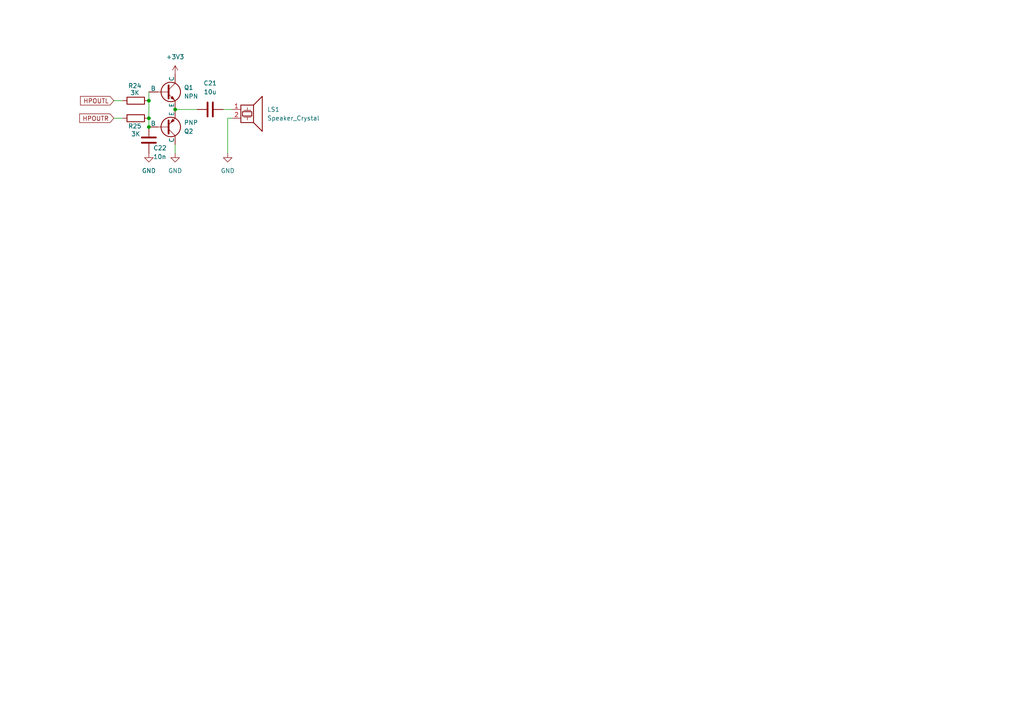
<source format=kicad_sch>
(kicad_sch (version 20250114) (generator "eeschema") (generator_version "9.0")
  (paper "A4")
  (lib_symbols
    (symbol "Device:C" (pin_numbers (hide yes)) (pin_names (offset 0.254))
      (property "Reference" "C" (at 0.635 2.54 0))
      (property "Value" "C" (at 0.635 -2.54 0))
      (symbol "C_0_1"
        (polyline (pts (xy -2.032 0.762) (xy 2.032 0.762)) (stroke (width 0.508)))
        (polyline (pts (xy -2.032 -0.762) (xy 2.032 -0.762)) (stroke (width 0.508)))
      )
      (symbol "C_1_1"
        (pin passive line (at 0 3.81 270) (length 2.794) (name "~") (number "1"))
        (pin passive line (at 0 -3.81 90) (length 2.794) (name "~") (number "2"))
      )
    )
    (symbol "Device:R" (pin_numbers (hide yes)) (pin_names (offset 0))
      (property "Reference" "R" (at 2.032 0 90))
      (property "Value" "R" (at 0 0 90))
      (symbol "R_0_1"
        (rectangle (start -1.016 -2.54) (end 1.016 2.54) (stroke (width 0.254)))
      )
      (symbol "R_1_1"
        (pin passive line (at 0 3.81 270) (length 1.27) (name "~") (number "1"))
        (pin passive line (at 0 -3.81 90) (length 1.27) (name "~") (number "2"))
      )
    )
    (symbol "Device:Speaker_Crystal" (pin_names (offset 0) (hide yes))
      (property "Reference" "LS" (at 0.635 5.715 0))
      (property "Value" "Speaker_Crystal" (at 0.635 3.81 0))
      (symbol "Speaker_Crystal_0_0"
        (rectangle (start -2.54 1.27) (end 1.143 -3.81) (stroke (width 0.254)))
        (rectangle (start -2.032 -0.635) (end 0.635 -1.905) (stroke (width 0.254)))
        (polyline (pts (xy -1.651 -0.254) (xy 0.381 -0.254)))
        (polyline (pts (xy -1.651 -2.286) (xy 0.381 -2.286)))
        (polyline (pts (xy -0.635 -0.254) (xy -0.635 0.508)))
        (polyline (pts (xy -0.635 -2.286) (xy -0.635 -3.048)))
        (polyline (pts (xy 1.143 1.27) (xy 3.683 3.81) (xy 3.683 -6.35) (xy 1.143 -3.81)) (stroke (width 0.254)))
      )
      (symbol "Speaker_Crystal_1_1"
        (pin input line (at -5.08 0 0) (length 2.54) (name "1") (number "1"))
        (pin input line (at -5.08 -2.54 0) (length 2.54) (name "2") (number "2"))
      )
    )
    (symbol "Simulation_SPICE:NPN" (pin_numbers (hide yes)) (pin_names (offset 0))
      (property "Reference" "Q" (at -2.54 7.62 0))
      (property "Value" "NPN" (at -2.54 5.08 0))
      (symbol "NPN_0_1"
        (polyline (pts (xy -2.54 0) (xy 0.635 0)) (stroke (width 0.1524)))
        (polyline (pts (xy 0.635 1.905) (xy 0.635 -1.905) (xy 0.635 -1.905)) (stroke (width 0.508)))
        (polyline (pts (xy 0.635 0.635) (xy 2.54 2.54)))
        (polyline (pts (xy 0.635 -0.635) (xy 2.54 -2.54) (xy 2.54 -2.54)))
        (circle (center 1.27 0) (radius 2.8194) (stroke (width 0.254)))
        (polyline (pts (xy 1.27 -1.778) (xy 1.778 -1.27) (xy 2.286 -2.286) (xy 1.27 -1.778) (xy 1.27 -1.778)) (fill (type outline)))
        (polyline (pts (xy 2.794 -1.27) (xy 2.794 -1.27)) (stroke (width 0.1524)))
        (polyline (pts (xy 2.794 -1.27) (xy 2.794 -1.27)) (stroke (width 0.1524)))
      )
      (symbol "NPN_1_1"
        (pin input line (at -5.08 0 0) (length 2.54) (name "B") (number "2"))
        (pin open_collector line (at 2.54 5.08 270) (length 2.54) (name "C") (number "1"))
        (pin open_emitter line (at 2.54 -5.08 90) (length 2.54) (name "E") (number "3"))
      )
    )
    (symbol "Simulation_SPICE:PNP" (pin_numbers (hide yes)) (pin_names (offset 0))
      (property "Reference" "Q" (at -2.54 7.62 0))
      (property "Value" "PNP" (at -2.54 5.08 0))
      (symbol "PNP_0_1"
        (polyline (pts (xy -2.54 0) (xy 0.635 0)) (stroke (width 0.1524)))
        (polyline (pts (xy 0.635 1.905) (xy 0.635 -1.905) (xy 0.635 -1.905)) (stroke (width 0.508)))
        (polyline (pts (xy 0.635 0.635) (xy 2.54 2.54)))
        (polyline (pts (xy 0.635 -0.635) (xy 2.54 -2.54) (xy 2.54 -2.54)))
        (circle (center 1.27 0) (radius 2.8194) (stroke (width 0.254)))
        (polyline (pts (xy 2.286 -1.778) (xy 1.778 -2.286) (xy 1.27 -1.27) (xy 2.286 -1.778) (xy 2.286 -1.778)) (fill (type outline)))
      )
      (symbol "PNP_1_1"
        (pin input line (at -5.08 0 0) (length 2.54) (name "B") (number "2"))
        (pin open_collector line (at 2.54 5.08 270) (length 2.54) (name "C") (number "1"))
        (pin open_emitter line (at 2.54 -5.08 90) (length 2.54) (name "E") (number "3"))
      )
    )
    (symbol "power:+3V3" (power) (pin_numbers (hide yes)) (pin_names (offset 0) (hide yes))
      (property "Value" "+3V3" (at 0 3.556 0))
      (symbol "+3V3_0_1"
        (polyline (pts (xy -0.762 1.27) (xy 0 2.54)))
        (polyline (pts (xy 0 2.54) (xy 0.762 1.27)))
        (polyline (pts (xy 0 0) (xy 0 2.54)))
      )
      (symbol "+3V3_1_1"
        (pin power_in line (at 0 0 90) (length 0) (name "~") (number "1"))
      )
    )
    (symbol "power:GND" (power) (pin_numbers (hide yes)) (pin_names (offset 0) (hide yes))
      (property "Value" "GND" (at 0 -3.81 0))
      (symbol "GND_0_1"
        (polyline (pts (xy 0 0) (xy 0 -1.27) (xy 1.27 -1.27) (xy 0 -2.54) (xy -1.27 -1.27) (xy 0 -1.27)))
      )
      (symbol "GND_1_1"
        (pin power_in line (at 0 0 270) (length 0) (name "~") (number "1"))
      )
    )
  )
  (junction (at 43.18 34.29))
  (junction (at 50.8 31.75))
  (junction (at 43.18 29.21))
  (junction (at 43.18 36.83))
  (wire (pts (xy 66.04 44.45) (xy 66.04 34.29)))
  (wire (pts (xy 50.8 44.45) (xy 50.8 41.91)))
  (wire (pts (xy 50.8 31.75) (xy 57.15 31.75)))
  (wire (pts (xy 43.18 26.67) (xy 43.18 29.21)))
  (wire (pts (xy 43.18 29.21) (xy 43.18 34.29)))
  (wire (pts (xy 33.02 34.29) (xy 35.56 34.29)))
  (wire (pts (xy 66.04 34.29) (xy 67.31 34.29)))
  (wire (pts (xy 64.77 31.75) (xy 67.31 31.75)))
  (wire (pts (xy 33.02 29.21) (xy 35.56 29.21)))
  (wire (pts (xy 43.18 34.29) (xy 43.18 36.83)))
  (global_label "HPOUTL" (shape input) (at 33.02 29.21 180) (property "Intersheetrefs" "${INTERSHEET_REFS}" (effects (hide yes))))
  (global_label "HPOUTR" (shape input) (at 33.02 34.29 180) (property "Intersheetrefs" "${INTERSHEET_REFS}" (effects (hide yes))))
  (symbol (lib_id "power:GND") (at 50.8 44.45 0) (unit 1)
    (property "Reference" "#PWR051" (effects (hide yes)))
    (property "Value" "GND" (at 50.8 49.53 0))
    (property "Description" "Power symbol creates a global label with name \"GND\" , ground" (effects (hide yes)))
  )
  (symbol (lib_id "Device:Speaker_Crystal") (at 72.39 31.75 0) (unit 1)
    (property "Reference" "LS1" (at 77.47 31.7499 0) (effects (justify left)))
    (property "Value" "Speaker_Crystal" (at 77.47 34.2899 0) (effects (justify left)))
    (property "Description" "Crystal speaker/transducer" (effects (hide yes)))
  )
  (symbol (lib_id "Simulation_SPICE:NPN") (at 48.26 26.67 0) (unit 1)
    (property "Reference" "Q1" (at 53.34 25.3999 0) (effects (justify left)))
    (property "Value" "NPN" (at 53.34 27.9399 0) (effects (justify left)))
    (property "Footprint" "Package_TO_SOT_SMD:SOT-23_Handsoldering" (effects (hide yes)))
    (property "Datasheet" "https://ngspice.sourceforge.io/docs/ngspice-html-manual/manual.xhtml#cha_BJTs" (effects (hide yes)))
    (property "Description" "Bipolar transistor symbol for simulation only, substrate tied to the emitter" (effects (hide yes)))
    (property "Sim.Device" "NPN" (effects (hide yes)))
    (property "Sim.Type" "GUMMELPOON" (effects (hide yes)))
    (property "Sim.Pins" "1=C 2=B 3=E" (effects (hide yes)))
  )
  (symbol (lib_id "Device:C") (at 43.18 40.64 180) (unit 1)
    (property "Reference" "C22" (at 44.45 42.926 0) (effects (justify right)))
    (property "Value" "10n" (at 44.45 45.466 0) (effects (justify right)))
    (property "Footprint" "Capacitor_SMD:C_0805_2012Metric_Pad1.18x1.45mm_HandSolder" (effects (hide yes)))
    (property "Description" "Unpolarized capacitor" (effects (hide yes)))
  )
  (symbol (lib_id "power:+3V3") (at 50.8 21.59 0) (unit 1)
    (property "Reference" "#PWR052" (effects (hide yes)))
    (property "Value" "+3V3" (at 50.8 16.51 0))
    (property "Description" "Power symbol creates a global label with name \"+3V3\"" (effects (hide yes)))
  )
  (symbol (lib_id "power:GND") (at 43.18 44.45 0) (unit 1)
    (property "Reference" "#PWR053" (effects (hide yes)))
    (property "Value" "GND" (at 43.18 49.53 0))
    (property "Description" "Power symbol creates a global label with name \"GND\" , ground" (effects (hide yes)))
  )
  (symbol (lib_id "Device:R") (at 39.37 29.21 90) (unit 1)
    (property "Reference" "R24" (at 39.116 24.892 90))
    (property "Value" "3K" (at 39.116 26.924 90))
    (property "Footprint" "LED_SMD:LED_0805_2012Metric_Pad1.15x1.40mm_HandSolder" (effects (hide yes)))
    (property "Description" "Resistor" (effects (hide yes)))
  )
  (symbol (lib_id "Device:C") (at 60.96 31.75 90) (unit 1)
    (property "Reference" "C21" (at 60.96 24.13 90))
    (property "Value" "10u" (at 60.96 26.67 90))
    (property "Footprint" "Capacitor_SMD:C_0805_2012Metric_Pad1.18x1.45mm_HandSolder" (effects (hide yes)))
    (property "Description" "Unpolarized capacitor" (effects (hide yes)))
  )
  (symbol (lib_id "Simulation_SPICE:PNP") (at 48.26 36.83 0) (mirror x) (unit 1)
    (property "Reference" "Q2" (at 53.34 38.1001 0) (effects (justify left)))
    (property "Value" "PNP" (at 53.34 35.5601 0) (effects (justify left)))
    (property "Footprint" "Package_TO_SOT_SMD:SOT-23_Handsoldering" (effects (hide yes)))
    (property "Datasheet" "https://ngspice.sourceforge.io/docs/ngspice-html-manual/manual.xhtml#cha_BJTs" (effects (hide yes)))
    (property "Description" "Bipolar transistor symbol for simulation only, substrate tied to the emitter" (effects (hide yes)))
    (property "Sim.Device" "PNP" (effects (hide yes)))
    (property "Sim.Type" "GUMMELPOON" (effects (hide yes)))
    (property "Sim.Pins" "1=C 2=B 3=E" (effects (hide yes)))
  )
  (symbol (lib_id "Device:R") (at 39.37 34.29 90) (unit 1)
    (property "Reference" "R25" (at 39.116 36.576 90))
    (property "Value" "3K" (at 39.37 38.862 90))
    (property "Footprint" "LED_SMD:LED_0805_2012Metric_Pad1.15x1.40mm_HandSolder" (effects (hide yes)))
    (property "Description" "Resistor" (effects (hide yes)))
  )
  (symbol (lib_id "power:GND") (at 66.04 44.45 0) (unit 1)
    (property "Reference" "#PWR050" (effects (hide yes)))
    (property "Value" "GND" (at 66.04 49.53 0))
    (property "Description" "Power symbol creates a global label with name \"GND\" , ground" (effects (hide yes)))
  )
)
</source>
